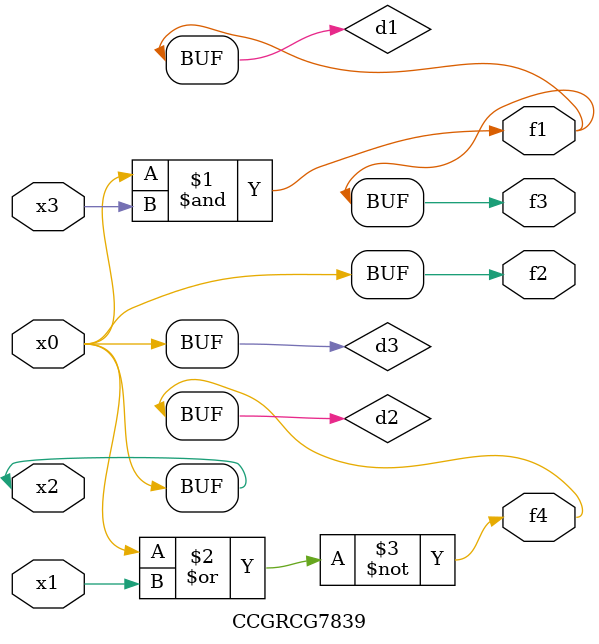
<source format=v>
module CCGRCG7839(
	input x0, x1, x2, x3,
	output f1, f2, f3, f4
);

	wire d1, d2, d3;

	and (d1, x2, x3);
	nor (d2, x0, x1);
	buf (d3, x0, x2);
	assign f1 = d1;
	assign f2 = d3;
	assign f3 = d1;
	assign f4 = d2;
endmodule

</source>
